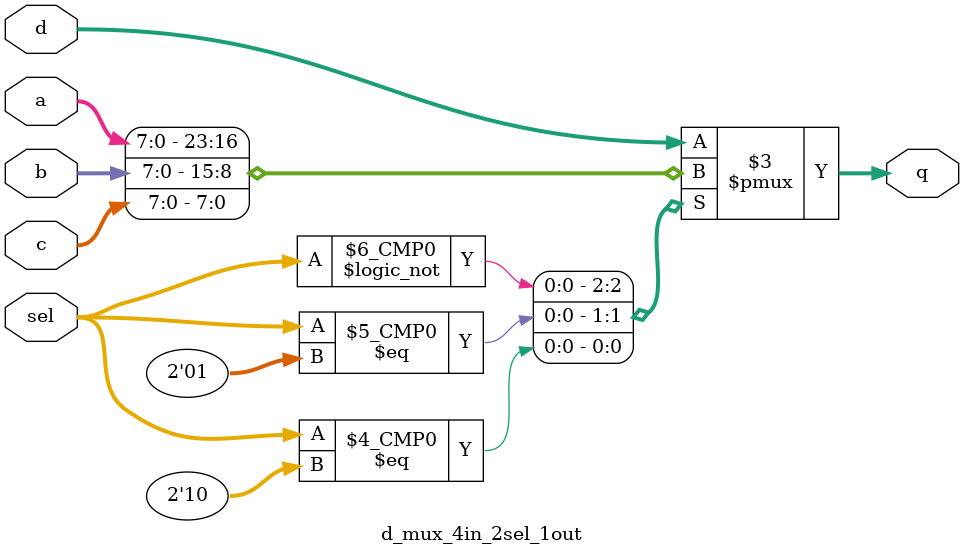
<source format=sv>
module d_mux_4in_2sel_1out( 
	input [7:0]a,	
	input [7:0]b,
	input [7:0]c,
	input [7:0]d,
	input [1:0]sel,
	output logic [7:0]q
);
				 
always@(a,b,c,d,sel)
	begin
		case(sel)
			2'b00 :  
				begin
					q <= a;
			   end
			2'b01 :  
				begin
					q <= b;
			   end
			2'b10 :  
				begin
					q <= c;
			   end
			default :  
				begin
					q <= d;
				end
		endcase				
	end							 
endmodule

</source>
